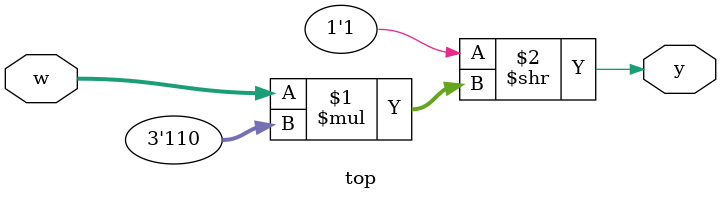
<source format=v>
module top (y, w);
   output y;
   input [2:0] w;
   assign y = 1'b1 >> (w * (3'b110));
endmodule

</source>
